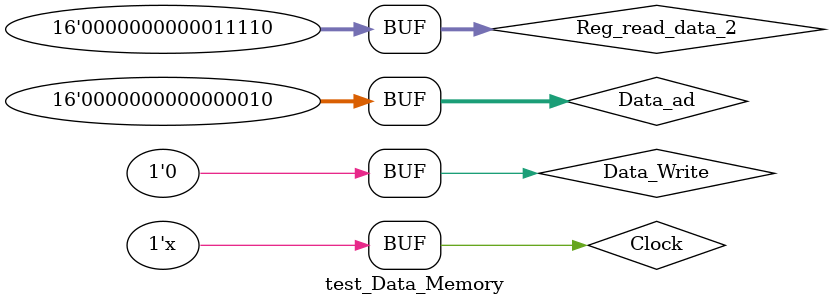
<source format=v>
`timescale 1ns / 1ps
module test_Data_Memory;

parameter N=16;
reg [N-1:0] Data_ad ;
reg [N-1:0] Reg_read_data_2;
wire [N-1:0] Data_out;
reg Data_Write;
reg Clock;

Data_Memory dm1 (
    .Data_ad(Data_ad),
    .Reg_read_data_2(Reg_read_data_2),
    .Data_out(Data_out),
    .Data_Write(Data_Write),
    .Clock(Clock)
);

always 
begin
#4 Clock=~Clock;
end

initial 
 
 begin
 #0 Clock=0;
 #0 Reg_read_data_2 =0;
 #0 Data_Write =0;
 #0 Data_ad = 1;
 #6 Data_ad = 2;
 #6 Data_ad = 0;
 #6 Data_Write=1;
 #0 Data_ad = 1;
 #0 Reg_read_data_2 =10;
 #6 Data_ad = 2;
 #0 Reg_read_data_2 =20;
 #6 Data_ad = 0;
 #0 Reg_read_data_2 =30;
 #10 Data_Write=0;
 #0 Data_ad=1;
 #6 Data_ad=0;
 #6 Data_ad=2;
 end

endmodule

</source>
